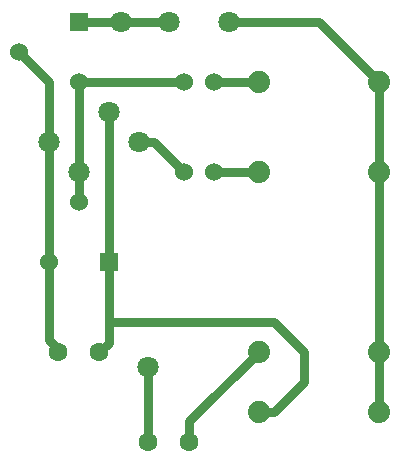
<source format=gtl>
G04 Layer: TopLayer*
G04 EasyEDA v6.5.22, 2023-04-11 18:51:13*
G04 Gerber Generator version 0.2*
G04 Scale: 100 percent, Rotated: No, Reflected: No *
G04 Dimensions in millimeters *
G04 leading zeros omitted , absolute positions ,4 integer and 5 decimal *
%FSLAX45Y45*%
%MOMM*%

%ADD10C,0.8000*%
%ADD11C,1.6000*%
%ADD12C,1.5240*%
%ADD13R,1.5240X1.5240*%
%ADD14C,1.8796*%
%ADD15C,1.8000*%

%LPD*%
D10*
X2110978Y-5841997D02*
G01*
X2110978Y-5209773D01*
X2108194Y-5206989D01*
X1698993Y-5080000D02*
G01*
X1777997Y-5003789D01*
X1777987Y-5003800D01*
X1777997Y-4826762D01*
X1777997Y-4317992D02*
G01*
X1777997Y-4826762D01*
X3175000Y-4826000D01*
X3429000Y-5080000D01*
X3429000Y-5334000D01*
X3175000Y-5588000D01*
X3048000Y-5588000D01*
X1270000Y-4318000D02*
G01*
X1270000Y-4978400D01*
X1348994Y-5057394D01*
X1348994Y-5080000D01*
X1524000Y-2286000D02*
G01*
X2285994Y-2286000D01*
X2286000Y-2285994D01*
X4064000Y-2794000D02*
G01*
X3556000Y-2286000D01*
X2794000Y-2286000D01*
X1016000Y-2540000D02*
G01*
X1270000Y-2794000D01*
X1270000Y-4318000D01*
X4064000Y-2794000D02*
G01*
X4064000Y-5588000D01*
X2032000Y-3302000D02*
G01*
X2159000Y-3302000D01*
X2413000Y-3556000D01*
X1778000Y-3048000D02*
G01*
X1778000Y-4318000D01*
X1524000Y-2794000D02*
G01*
X1524000Y-3555984D01*
X1524000Y-3555984D02*
G01*
X1524000Y-3810000D01*
X1524000Y-2794000D02*
G01*
X2413000Y-2794000D01*
X2460985Y-5842000D02*
G01*
X2460985Y-5667014D01*
X3048000Y-5080000D01*
X2667000Y-3556000D02*
G01*
X3048000Y-3556000D01*
X3048000Y-2794000D02*
G01*
X2667000Y-2794000D01*
D11*
G01*
X1348981Y-5080000D03*
G01*
X1698993Y-5080000D03*
G01*
X2110978Y-5841997D03*
G01*
X2460990Y-5841997D03*
D12*
G01*
X2666994Y-2793994D03*
G01*
X2412994Y-2793994D03*
G01*
X2666994Y-3555992D03*
G01*
X2412994Y-3555992D03*
G01*
X1523997Y-2793994D03*
G01*
X1015997Y-2539994D03*
D13*
G01*
X1523997Y-2285994D03*
D12*
G01*
X1269997Y-4317992D03*
G01*
X1523997Y-3809992D03*
D13*
G01*
X1777997Y-4317992D03*
D14*
G01*
X3047992Y-2793994D03*
G01*
X4063992Y-2793994D03*
G01*
X3047992Y-3555992D03*
G01*
X4063992Y-3555992D03*
G01*
X4063992Y-5079989D03*
G01*
X3047992Y-5079989D03*
G01*
X4063992Y-5587989D03*
G01*
X3047992Y-5587989D03*
D15*
G01*
X1269997Y-3301992D03*
G01*
X2031994Y-3301992D03*
G01*
X1777997Y-3047994D03*
G01*
X1879597Y-2285994D03*
G01*
X2285994Y-2285994D03*
G01*
X2793994Y-2285994D03*
G01*
X1524000Y-3555984D03*
G01*
X2108194Y-5206989D03*
M02*

</source>
